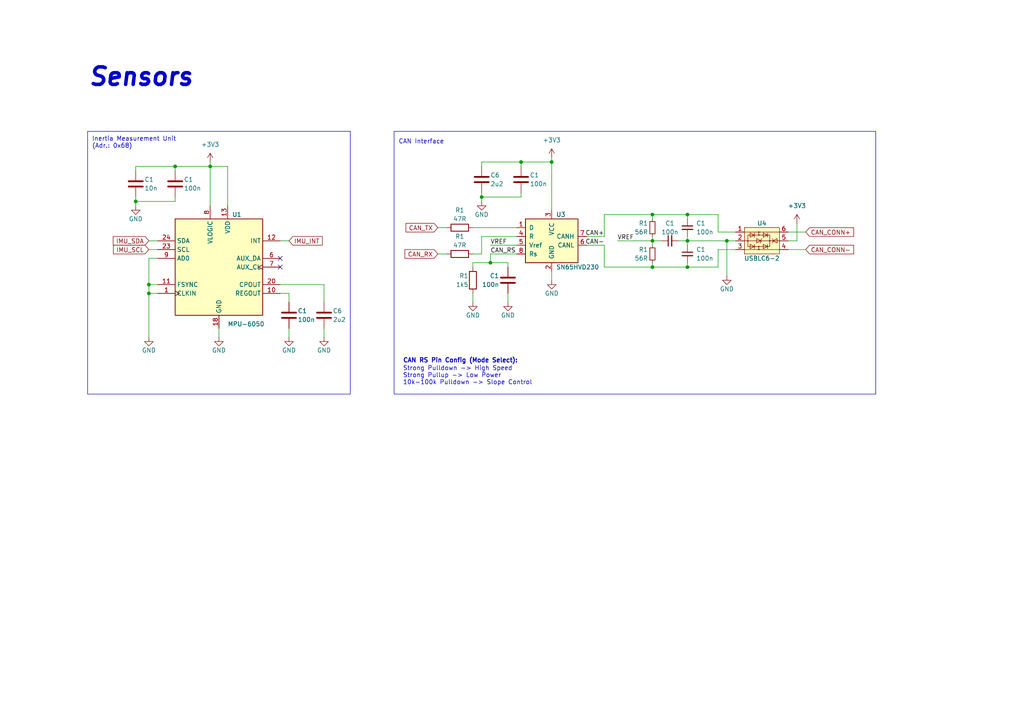
<source format=kicad_sch>
(kicad_sch (version 20230121) (generator eeschema)
  (paper "A4")
  (title_block (title "Sensors") (date "2023-08-02") (rev "R0") (company "s-grundner"))
  (lib_symbols
    (symbol "Device:C" (pin_numbers hide) (pin_names (offset 0.254))
      (property "Reference" "C" (at 0.635 2.54 0))
      (property "Value" "C" (at 0.635 -2.54 0))
      (symbol "C_0_1"
        (polyline (pts (xy -2.032 -0.762) (xy 2.032 -0.762)) (stroke (width 0.508)))
        (polyline (pts (xy -2.032 0.762) (xy 2.032 0.762)) (stroke (width 0.508)))
      )
      (symbol "C_1_1"
        (pin passive line (at 0 3.81 270) (length 2.794) (name "~") (number "1"))
        (pin passive line (at 0 -3.81 90) (length 2.794) (name "~") (number "2"))
      )
    )
    (symbol "Device:C_Small" (pin_numbers hide) (pin_names (offset 0.254) hide)
      (property "Reference" "C" (at 0.254 1.778 0))
      (property "Value" "C_Small" (at 0.254 -2.032 0))
      (symbol "C_Small_0_1"
        (polyline (pts (xy -1.524 -0.508) (xy 1.524 -0.508)) (stroke (width 0.3302)))
        (polyline (pts (xy -1.524 0.508) (xy 1.524 0.508)) (stroke (width 0.3048)))
      )
      (symbol "C_Small_1_1"
        (pin passive line (at 0 2.54 270) (length 2.032) (name "~") (number "1"))
        (pin passive line (at 0 -2.54 90) (length 2.032) (name "~") (number "2"))
      )
    )
    (symbol "Device:R" (pin_numbers hide) (pin_names (offset 0))
      (property "Reference" "R" (at 2.032 0 90))
      (property "Value" "R" (at 0 0 90))
      (symbol "R_0_1"
        (rectangle (start -1.016 -2.54) (end 1.016 2.54) (stroke (width 0.254)))
      )
      (symbol "R_1_1"
        (pin passive line (at 0 3.81 270) (length 1.27) (name "~") (number "1"))
        (pin passive line (at 0 -3.81 90) (length 1.27) (name "~") (number "2"))
      )
    )
    (symbol "Device:R_Small" (pin_numbers hide) (pin_names (offset 0.254) hide)
      (property "Reference" "R" (at 0.762 0.508 0))
      (property "Value" "R_Small" (at 0.762 -1.016 0))
      (symbol "R_Small_0_1"
        (rectangle (start -0.762 1.778) (end 0.762 -1.778) (stroke (width 0.2032)))
      )
      (symbol "R_Small_1_1"
        (pin passive line (at 0 2.54 270) (length 0.762) (name "~") (number "1"))
        (pin passive line (at 0 -2.54 90) (length 0.762) (name "~") (number "2"))
      )
    )
    (symbol "Interface_CAN_LIN:SN65HVD230" (pin_names (offset 1.016))
      (property "Reference" "U" (at -2.54 10.16 0))
      (property "Value" "SN65HVD230" (at -2.54 7.62 0))
      (symbol "SN65HVD230_0_1"
        (rectangle (start -7.62 5.08) (end 7.62 -7.62) (stroke (width 0.254)) (fill (type background)))
      )
      (symbol "SN65HVD230_1_1"
        (pin input line (at -10.16 2.54 0) (length 2.54) (name "D") (number "1"))
        (pin power_in line (at 0 -10.16 90) (length 2.54) (name "GND") (number "2"))
        (pin power_in line (at 0 7.62 270) (length 2.54) (name "VCC") (number "3"))
        (pin output line (at -10.16 0 0) (length 2.54) (name "R") (number "4"))
        (pin output line (at -10.16 -2.54 0) (length 2.54) (name "Vref") (number "5"))
        (pin bidirectional line (at 10.16 -2.54 180) (length 2.54) (name "CANL") (number "6"))
        (pin bidirectional line (at 10.16 0 180) (length 2.54) (name "CANH") (number "7"))
        (pin input line (at -10.16 -5.08 0) (length 2.54) (name "Rs") (number "8"))
      )
    )
    (symbol "Power_Protection:WE-TVS-82400102"
      (property "Reference" "U" (at 0 7.62 0))
      (property "Value" "WE-TVS-82400102" (at 0 5.08 0))
      (symbol "WE-TVS-82400102_0_1"
        (rectangle (start -5.08 3.81) (end 5.08 -3.81) (fill (type background)))
        (circle (center -4.064 0) (radius 0.127))
        (rectangle (start -4.064 1.651) (end 2.286 -1.651))
        (circle (center -0.889 -2.54) (radius 0.127))
        (circle (center -0.889 -1.651) (radius 0.127))
        (circle (center -0.889 1.651) (radius 0.127))
        (circle (center -0.889 2.54) (radius 0.127))
        (polyline (pts (xy -5.08 -2.54) (xy 5.08 -2.54)))
        (polyline (pts (xy -5.08 2.54) (xy 5.08 2.54)))
        (polyline (pts (xy -4.064 0) (xy -5.08 0)))
        (polyline (pts (xy -4.064 0) (xy 2.286 0)) (fill (type outline)))
        (polyline (pts (xy -2.159 -1.016) (xy -2.159 -2.286)))
        (polyline (pts (xy -2.159 2.286) (xy -2.159 1.016)))
        (polyline (pts (xy -0.889 -1.651) (xy -0.889 -2.413)))
        (polyline (pts (xy -0.889 1.651) (xy -0.889 2.54)))
        (polyline (pts (xy -0.508 -0.635) (xy -0.508 -0.635)))
        (polyline (pts (xy 1.651 -1.016) (xy 1.651 -2.286)))
        (polyline (pts (xy 1.651 2.286) (xy 1.651 1.016)))
        (polyline (pts (xy 2.286 0) (xy 5.08 0)))
        (polyline (pts (xy -3.429 -1.016) (xy -3.429 -2.286) (xy -2.159 -1.651) (xy -3.429 -1.016)))
        (polyline (pts (xy -3.429 1.016) (xy -3.429 2.286) (xy -2.159 1.651) (xy -3.429 1.016)))
        (polyline (pts (xy 0 0.635) (xy -0.254 0.381) (xy -0.254 -0.381) (xy -0.508 -0.635)))
        (polyline (pts (xy 0.381 -1.016) (xy 0.381 -2.286) (xy 1.651 -1.651) (xy 0.381 -1.016)))
        (polyline (pts (xy 0.381 1.016) (xy 0.381 2.286) (xy 1.651 1.651) (xy 0.381 1.016)))
        (circle (center 2.286 0) (radius 0.127))
      )
      (symbol "WE-TVS-82400102_1_1"
        (polyline (pts (xy 3.175 0.635) (xy 3.175 -0.635)))
        (polyline (pts (xy -1.524 0.635) (xy -1.524 -0.635) (xy -0.254 0) (xy -1.524 0.635)))
        (polyline (pts (xy 4.445 0.635) (xy 4.445 -0.635) (xy 3.175 0) (xy 4.445 0.635)))
        (pin passive line (at -7.62 2.54 0) (length 2.54) (name "~") (number "1"))
        (pin passive line (at -7.62 0 0) (length 2.54) (name "~") (number "2"))
        (pin passive line (at -7.62 -2.54 0) (length 2.54) (name "~") (number "3"))
        (pin passive line (at 7.62 -2.54 180) (length 2.54) (name "~") (number "4"))
        (pin passive line (at 7.62 0 180) (length 2.54) (name "~") (number "5"))
        (pin passive line (at 7.62 2.54 180) (length 2.54) (name "~") (number "6"))
      )
    )
    (symbol "Sensor_Motion:MPU-6050"
      (property "Reference" "U" (at -11.43 13.97 0))
      (property "Value" "MPU-6050" (at 7.62 -15.24 0))
      (symbol "MPU-6050_0_0"
        (text "" (at 12.7 -2.54 0) (effects (font (size 1.27 1.27))))
      )
      (symbol "MPU-6050_0_1"
        (rectangle (start -12.7 13.97) (end 12.7 -13.97) (stroke (width 0.254)) (fill (type background)))
      )
      (symbol "MPU-6050_1_1"
        (pin input clock (at -17.78 -7.62 0) (length 5.08) (name "CLKIN") (number "1"))
        (pin passive line (at 17.78 -7.62 180) (length 5.08) (name "REGOUT") (number "10"))
        (pin input line (at -17.78 -5.08 0) (length 5.08) (name "FSYNC") (number "11"))
        (pin output line (at 17.78 7.62 180) (length 5.08) (name "INT") (number "12"))
        (pin power_in line (at 2.54 17.78 270) (length 3.81) (name "VDD") (number "13"))
        (pin no_connect line (at -12.7 -10.16 0) (length 2.54) hide (name "NC") (number "14"))
        (pin no_connect line (at 12.7 12.7 180) (length 2.54) hide (name "NC") (number "15"))
        (pin no_connect line (at 12.7 10.16 180) (length 2.54) hide (name "NC") (number "16"))
        (pin no_connect line (at 12.7 5.08 180) (length 2.54) hide (name "NC") (number "17"))
        (pin power_in line (at 0 -17.78 90) (length 3.81) (name "GND") (number "18"))
        (pin no_connect line (at 12.7 -10.16 180) (length 2.54) hide (name "RESV") (number "19"))
        (pin no_connect line (at -12.7 12.7 0) (length 2.54) hide (name "NC") (number "2"))
        (pin passive line (at 17.78 -5.08 180) (length 5.08) (name "CPOUT") (number "20"))
        (pin no_connect line (at 12.7 -2.54 180) (length 2.54) hide (name "RESV") (number "21"))
        (pin no_connect line (at 12.7 -12.7 180) (length 2.54) hide (name "RESV") (number "22"))
        (pin input line (at -17.78 5.08 0) (length 5.08) (name "SCL") (number "23"))
        (pin bidirectional line (at -17.78 7.62 0) (length 5.08) (name "SDA") (number "24"))
        (pin no_connect line (at -12.7 10.16 0) (length 2.54) hide (name "NC") (number "3"))
        (pin no_connect line (at -12.7 0 0) (length 2.54) hide (name "NC") (number "4"))
        (pin no_connect line (at -12.7 -2.54 0) (length 2.54) hide (name "NC") (number "5"))
        (pin bidirectional line (at 17.78 2.54 180) (length 5.08) (name "AUX_DA") (number "6"))
        (pin output clock (at 17.78 0 180) (length 5.08) (name "AUX_CL") (number "7"))
        (pin power_in line (at -2.54 17.78 270) (length 3.81) (name "VLOGIC") (number "8"))
        (pin input line (at -17.78 2.54 0) (length 5.08) (name "AD0") (number "9"))
      )
    )
    (symbol "power:+3V3" (power) (pin_names (offset 0))
      (property "Value" "+3V3" (at 0 3.556 0))
      (symbol "+3V3_0_1"
        (polyline (pts (xy -0.762 1.27) (xy 0 2.54)))
        (polyline (pts (xy 0 0) (xy 0 2.54)))
        (polyline (pts (xy 0 2.54) (xy 0.762 1.27)))
      )
      (symbol "+3V3_1_1"
        (pin power_in line (at 0 0 90) (length 0) hide (name "+3V3") (number "1"))
      )
    )
    (symbol "power:GND" (power) (pin_names (offset 0))
      (property "Value" "GND" (at 0 -3.81 0))
      (symbol "GND_0_1"
        (polyline (pts (xy 0 0) (xy 0 -1.27) (xy 1.27 -1.27) (xy 0 -2.54) (xy -1.27 -1.27) (xy 0 -1.27)))
      )
      (symbol "GND_1_1"
        (pin power_in line (at 0 0 270) (length 0) hide (name "GND") (number "1"))
      )
    )
  )
  (junction (at 199.39 69.85))
  (junction (at 139.7 57.15))
  (junction (at 39.37 58.42))
  (junction (at 43.18 82.55))
  (junction (at 142.24 76.2))
  (junction (at 189.23 77.47))
  (junction (at 199.39 62.23))
  (junction (at 43.18 85.09))
  (junction (at 210.82 69.85))
  (junction (at 189.23 69.85))
  (junction (at 151.13 46.99))
  (junction (at 199.39 77.47))
  (junction (at 189.23 62.23))
  (junction (at 160.02 46.99))
  (junction (at 50.8 48.26))
  (junction (at 60.96 48.26))
  (no_connect (at 81.28 74.93))
  (no_connect (at 81.28 77.47))
  (wire (pts (xy 137.16 76.2) (xy 142.24 76.2)))
  (wire (pts (xy 160.02 46.99) (xy 160.02 60.96)))
  (wire (pts (xy 139.7 58.42) (xy 139.7 57.15)))
  (wire (pts (xy 228.6 72.39) (xy 233.68 72.39)))
  (wire (pts (xy 137.16 85.09) (xy 137.16 87.63)))
  (wire (pts (xy 175.26 77.47) (xy 189.23 77.47)))
  (wire (pts (xy 175.26 71.12) (xy 175.26 77.47)))
  (wire (pts (xy 228.6 69.85) (xy 231.14 69.85)))
  (wire (pts (xy 208.28 67.31) (xy 208.28 62.23)))
  (wire (pts (xy 60.96 46.99) (xy 60.96 48.26)))
  (wire (pts (xy 199.39 69.85) (xy 210.82 69.85)))
  (wire (pts (xy 213.36 67.31) (xy 208.28 67.31)))
  (wire (pts (xy 208.28 72.39) (xy 213.36 72.39)))
  (wire (pts (xy 83.82 97.79) (xy 83.82 95.25)))
  (wire (pts (xy 228.6 67.31) (xy 233.68 67.31)))
  (wire (pts (xy 149.86 68.58) (xy 139.7 68.58)))
  (wire (pts (xy 43.18 82.55) (xy 45.72 82.55)))
  (wire (pts (xy 142.24 76.2) (xy 147.32 76.2)))
  (wire (pts (xy 189.23 62.23) (xy 199.39 62.23)))
  (wire (pts (xy 39.37 57.15) (xy 39.37 58.42)))
  (wire (pts (xy 43.18 85.09) (xy 43.18 82.55)))
  (wire (pts (xy 208.28 77.47) (xy 208.28 72.39)))
  (wire (pts (xy 39.37 48.26) (xy 50.8 48.26)))
  (wire (pts (xy 151.13 46.99) (xy 151.13 48.26)))
  (wire (pts (xy 43.18 69.85) (xy 45.72 69.85)))
  (wire (pts (xy 139.7 57.15) (xy 139.7 55.88)))
  (wire (pts (xy 142.24 71.12) (xy 149.86 71.12)))
  (wire (pts (xy 210.82 69.85) (xy 210.82 80.01)))
  (wire (pts (xy 179.07 69.85) (xy 189.23 69.85)))
  (wire (pts (xy 45.72 74.93) (xy 43.18 74.93)))
  (wire (pts (xy 39.37 48.26) (xy 39.37 49.53)))
  (wire (pts (xy 199.39 62.23) (xy 208.28 62.23)))
  (wire (pts (xy 139.7 68.58) (xy 139.7 73.66)))
  (wire (pts (xy 60.96 48.26) (xy 60.96 59.69)))
  (wire (pts (xy 93.98 95.25) (xy 93.98 97.79)))
  (wire (pts (xy 43.18 85.09) (xy 43.18 97.79)))
  (wire (pts (xy 137.16 66.04) (xy 149.86 66.04)))
  (wire (pts (xy 170.18 68.58) (xy 175.26 68.58)))
  (wire (pts (xy 139.7 57.15) (xy 151.13 57.15)))
  (wire (pts (xy 199.39 77.47) (xy 208.28 77.47)))
  (wire (pts (xy 139.7 73.66) (xy 137.16 73.66)))
  (wire (pts (xy 189.23 77.47) (xy 199.39 77.47)))
  (wire (pts (xy 66.04 48.26) (xy 66.04 59.69)))
  (wire (pts (xy 83.82 85.09) (xy 83.82 87.63)))
  (wire (pts (xy 160.02 45.72) (xy 160.02 46.99)))
  (wire (pts (xy 39.37 58.42) (xy 39.37 59.69)))
  (wire (pts (xy 137.16 77.47) (xy 137.16 76.2)))
  (wire (pts (xy 199.39 69.85) (xy 199.39 71.12)))
  (wire (pts (xy 151.13 55.88) (xy 151.13 57.15)))
  (wire (pts (xy 175.26 62.23) (xy 189.23 62.23)))
  (wire (pts (xy 189.23 69.85) (xy 191.77 69.85)))
  (wire (pts (xy 127 73.66) (xy 129.54 73.66)))
  (wire (pts (xy 142.24 73.66) (xy 142.24 76.2)))
  (wire (pts (xy 189.23 68.58) (xy 189.23 69.85)))
  (wire (pts (xy 60.96 48.26) (xy 50.8 48.26)))
  (wire (pts (xy 210.82 69.85) (xy 213.36 69.85)))
  (wire (pts (xy 45.72 85.09) (xy 43.18 85.09)))
  (wire (pts (xy 196.85 69.85) (xy 199.39 69.85)))
  (wire (pts (xy 50.8 58.42) (xy 39.37 58.42)))
  (wire (pts (xy 175.26 68.58) (xy 175.26 62.23)))
  (wire (pts (xy 139.7 46.99) (xy 151.13 46.99)))
  (wire (pts (xy 189.23 76.2) (xy 189.23 77.47)))
  (wire (pts (xy 66.04 48.26) (xy 60.96 48.26)))
  (wire (pts (xy 170.18 71.12) (xy 175.26 71.12)))
  (wire (pts (xy 50.8 48.26) (xy 50.8 49.53)))
  (wire (pts (xy 50.8 57.15) (xy 50.8 58.42)))
  (wire (pts (xy 81.28 82.55) (xy 93.98 82.55)))
  (wire (pts (xy 147.32 87.63) (xy 147.32 85.09)))
  (wire (pts (xy 83.82 69.85) (xy 81.28 69.85)))
  (wire (pts (xy 43.18 72.39) (xy 45.72 72.39)))
  (wire (pts (xy 43.18 74.93) (xy 43.18 82.55)))
  (wire (pts (xy 160.02 46.99) (xy 151.13 46.99)))
  (wire (pts (xy 139.7 46.99) (xy 139.7 48.26)))
  (wire (pts (xy 231.14 64.77) (xy 231.14 69.85)))
  (wire (pts (xy 63.5 97.79) (xy 63.5 95.25)))
  (wire (pts (xy 189.23 69.85) (xy 189.23 71.12)))
  (wire (pts (xy 199.39 62.23) (xy 199.39 63.5)))
  (wire (pts (xy 147.32 76.2) (xy 147.32 77.47)))
  (wire (pts (xy 81.28 85.09) (xy 83.82 85.09)))
  (wire (pts (xy 160.02 81.28) (xy 160.02 78.74)))
  (wire (pts (xy 199.39 68.58) (xy 199.39 69.85)))
  (wire (pts (xy 127 66.04) (xy 129.54 66.04)))
  (wire (pts (xy 142.24 73.66) (xy 149.86 73.66)))
  (wire (pts (xy 93.98 82.55) (xy 93.98 87.63)))
  (wire (pts (xy 189.23 62.23) (xy 189.23 63.5)))
  (wire (pts (xy 199.39 76.2) (xy 199.39 77.47)))
  (rectangle (start 114.3 38.1) (end 254 114.3))
  (rectangle (start 25.4 38.1) (end 101.6 114.3))
  (text "CAN RS Pin Config (Mode Select):" (at 116.84 105.41 0) (effects (font (size 1.27 1.27) (thickness 0.254) bold) (justify left bottom)))
  (text "Strong Pulldown -> High Speed\nStrong Pullup -> Low Power\n10k-100k Pulldown -> Slope Control" (at 116.84 111.76 0) (effects (font (size 1.27 1.27)) (justify left bottom)))
  (text "Sensors" (at 25.4 25.4 0) (effects (font (size 5.08 5.08) (thickness 1.016) bold italic) (justify left bottom)))
  (text "Inertia Measurement Unit\n(Adr.: 0x68)" (at 26.67 43.18 0) (effects (font (size 1.27 1.27)) (justify left bottom)))
  (text "CAN Interface" (at 115.57 41.91 0) (effects (font (size 1.27 1.27)) (justify left bottom)))
  (label "CAN+" (at 175.26 68.58 180))
  (label "VREF" (at 179.07 69.85 0))
  (label "CAN_RS" (at 142.24 73.66 0))
  (label "CAN-" (at 175.26 71.12 180))
  (label "VREF" (at 142.24 71.12 0))
  (global_label "IMU_INT" (shape input) (at 83.82 69.85 0) (property "Intersheetrefs" "${INTERSHEET_REFS}" (effects hide)))
  (global_label "IMU_SCL" (shape input) (at 43.18 72.39 180) (property "Intersheetrefs" "${INTERSHEET_REFS}" (effects hide)))
  (global_label "CAN_RX" (shape input) (at 127 73.66 180) (property "Intersheetrefs" "${INTERSHEET_REFS}" (effects hide)))
  (global_label "CAN_CONN+" (shape input) (at 233.68 67.31 0) (property "Intersheetrefs" "${INTERSHEET_REFS}" (effects hide)))
  (global_label "IMU_SDA" (shape input) (at 43.18 69.85 180) (property "Intersheetrefs" "${INTERSHEET_REFS}" (effects hide)))
  (global_label "CAN_CONN-" (shape input) (at 233.68 72.39 0) (property "Intersheetrefs" "${INTERSHEET_REFS}" (effects hide)))
  (global_label "CAN_TX" (shape input) (at 127 66.04 180) (property "Intersheetrefs" "${INTERSHEET_REFS}" (effects hide)))
  (symbol (lib_id "power:GND") (at 160.02 81.28 0) (unit 1)
    (property "Reference" "#PWR028" (effects hide))
    (property "Value" "GND" (at 160.02 85.09 0))
  )
  (symbol (lib_id "Device:C_Small") (at 199.39 73.66 0) (unit 1)
    (property "Reference" "C1" (at 201.93 72.39 0) (effects (justify left)))
    (property "Value" "100n" (at 201.93 74.93 0) (effects (justify left)))
    (property "Footprint" "Capacitor_SMD:C_0402_1005Metric" (effects hide))
    (property "LCSC Part #" "C1525" (effects hide))
    (instances (project "STM32F4_HexGauge_V3" (path "" (reference "C1") (unit 1)) (path "" (reference "C6") (unit 1)) (path "" (reference "C21") (unit 1))))
  )
  (symbol (lib_id "Device:R_Small") (at 189.23 73.66 180) (unit 1)
    (property "Reference" "R1" (at 187.96 72.39 0) (effects (justify left)))
    (property "Value" "56R" (at 187.96 74.93 0) (effects (justify left)))
    (property "Footprint" "Resistor_SMD:R_0805_2012Metric" (effects hide))
    (property "LCSC Part #" "C17757" (effects hide))
    (instances (project "STM32F4_HexGauge_V3" (path "" (reference "R1") (unit 1)) (path "" (reference "R1") (unit 1)) (path "" (reference "R13") (unit 1))))
  )
  (symbol (lib_id "power:GND") (at 83.82 97.79 0) (unit 1)
    (property "Reference" "#PWR032" (effects hide))
    (property "Value" "GND" (at 83.82 101.6 0))
  )
  (symbol (lib_id "Device:R") (at 133.35 73.66 90) (unit 1)
    (property "Reference" "R1" (at 133.35 68.58 90))
    (property "Value" "47R" (at 133.35 71.12 90))
    (property "Footprint" "Resistor_SMD:R_0402_1005Metric" (effects hide))
    (property "LCSC Part #" "C25118" (effects hide))
    (instances (project "STM32F4_HexGauge_V3" (path "" (reference "R1") (unit 1)) (path "" (reference "R1") (unit 1)) (path "" (reference "R12") (unit 1))))
  )
  (symbol (lib_id "Device:C") (at 50.8 53.34 0) (unit 1)
    (property "Reference" "C1" (at 53.34 52.07 0) (effects (justify left)))
    (property "Value" "100n" (at 53.34 54.61 0) (effects (justify left)))
    (property "Footprint" "Capacitor_SMD:C_0402_1005Metric" (effects hide))
    (property "LCSC Part #" "C1525" (effects hide))
    (instances (project "STM32F4_HexGauge_V3" (path "" (reference "C1") (unit 1)) (path "" (reference "C6") (unit 1)) (path "" (reference "C18") (unit 1))))
  )
  (symbol (lib_id "Power_Protection:WE-TVS-82400102") (at 220.98 69.85 0) (unit 1)
    (property "Reference" "U4" (at 220.98 64.77 0))
    (property "Value" "USBLC6-2" (at 220.98 74.93 0))
    (property "Footprint" "Package_TO_SOT_SMD:SOT-23-6" (effects hide))
    (property "Datasheet" "https://www.st.com/resource/en/datasheet/usblc6-2.pdf" (effects hide))
    (property "LCSC Part #" "C7519" (effects hide))
  )
  (symbol (lib_id "power:GND") (at 39.37 59.69 0) (unit 1)
    (property "Reference" "#PWR025" (effects hide))
    (property "Value" "GND" (at 39.37 63.5 0))
  )
  (symbol (lib_id "Interface_CAN_LIN:SN65HVD230") (at 160.02 68.58 0) (unit 1)
    (property "Reference" "U3" (at 161.29 62.23 0) (effects (justify left)))
    (property "Value" "SN65HVD230" (at 161.29 77.47 0) (effects (justify left)))
    (property "Footprint" "Package_SO:SOIC-8_3.9x4.9mm_P1.27mm" (effects hide))
    (property "Datasheet" "https://www.ti.com/lit/ds/symlink/sn65hvd230.pdf?ts=1690907179673" (effects hide))
    (property "LCSC Part #" "C12084" (effects hide))
  )
  (symbol (lib_id "Device:R") (at 133.35 66.04 90) (unit 1)
    (property "Reference" "R1" (at 133.35 60.96 90))
    (property "Value" "47R" (at 133.35 63.5 90))
    (property "Footprint" "Resistor_SMD:R_0402_1005Metric" (effects hide))
    (property "LCSC Part #" "C25118" (effects hide))
    (instances (project "STM32F4_HexGauge_V3" (path "" (reference "R1") (unit 1)) (path "" (reference "R1") (unit 1)) (path "" (reference "R10") (unit 1))))
  )
  (symbol (lib_id "power:+3V3") (at 231.14 64.77 0) (unit 1)
    (property "Reference" "#PWR01" (effects hide))
    (property "Value" "+3V3" (at 231.14 59.69 0))
    (instances (project "STM32F4_HexGauge_V3" (path "" (reference "#PWR01") (unit 1)) (path "" (reference "#PWR01") (unit 1)) (path "" (reference "#PWR026") (unit 1))))
  )
  (symbol (lib_id "Device:C_Small") (at 194.31 69.85 90) (unit 1)
    (property "Reference" "C1" (at 194.31 64.77 90))
    (property "Value" "100n" (at 194.31 67.31 90))
    (property "Footprint" "Capacitor_SMD:C_0402_1005Metric" (effects hide))
    (property "LCSC Part #" "C1525" (effects hide))
    (instances (project "STM32F4_HexGauge_V3" (path "" (reference "C1") (unit 1)) (path "" (reference "C6") (unit 1)) (path "" (reference "C20") (unit 1))))
  )
  (symbol (lib_id "Device:C") (at 93.98 91.44 0) (unit 1)
    (property "Reference" "C6" (at 96.52 90.17 0) (effects (justify left)))
    (property "Value" "2u2" (at 96.52 92.71 0) (effects (justify left)))
    (property "Footprint" "Capacitor_SMD:C_0603_1608Metric" (effects hide))
    (property "LCSC Part #" "C23630" (effects hide))
    (instances (project "STM32F4_HexGauge_V3" (path "" (reference "C6") (unit 1)) (path "" (reference "C1") (unit 1)) (path "" (reference "C24") (unit 1))))
  )
  (symbol (lib_id "Sensor_Motion:MPU-6050") (at 63.5 77.47 0) (unit 1)
    (property "Reference" "U1" (at 67.31 62.23 0) (effects (justify left)))
    (property "Value" "MPU-6050" (at 66.04 93.98 0) (effects (justify left)))
    (property "Footprint" "Sensor_Motion:InvenSense_QFN-24_4x4mm_P0.5mm" (effects hide))
    (property "Datasheet" "https://invensense.tdk.com/wp-content/uploads/2015/02/MPU-6000-Datasheet1.pdf" (effects hide))
    (property "LCSC Part #" "C24112" (effects hide))
    (instances (project "STM32F4_HexGauge_V3" (path "" (reference "U1") (unit 1)) (path "" (reference "U5") (unit 1))))
  )
  (symbol (lib_id "power:GND") (at 137.16 87.63 0) (unit 1)
    (property "Reference" "#PWR055" (effects hide))
    (property "Value" "GND" (at 137.16 91.44 0))
  )
  (symbol (lib_id "power:GND") (at 147.32 87.63 0) (unit 1)
    (property "Reference" "#PWR029" (effects hide))
    (property "Value" "GND" (at 147.32 91.44 0))
  )
  (symbol (lib_id "power:GND") (at 43.18 97.79 0) (unit 1)
    (property "Reference" "#PWR030" (effects hide))
    (property "Value" "GND" (at 43.18 101.6 0))
  )
  (symbol (lib_id "Device:C") (at 151.13 52.07 0) (unit 1)
    (property "Reference" "C1" (at 153.67 50.8 0) (effects (justify left)))
    (property "Value" "100n" (at 153.67 53.34 0) (effects (justify left)))
    (property "Footprint" "Capacitor_SMD:C_0402_1005Metric" (effects hide))
    (property "LCSC Part #" "C1525" (effects hide))
    (instances (project "STM32F4_HexGauge_V3" (path "" (reference "C1") (unit 1)) (path "" (reference "C6") (unit 1)) (path "" (reference "C16") (unit 1))))
  )
  (symbol (lib_id "Device:C") (at 139.7 52.07 0) (unit 1)
    (property "Reference" "C6" (at 142.24 50.8 0) (effects (justify left)))
    (property "Value" "2u2" (at 142.24 53.34 0) (effects (justify left)))
    (property "Footprint" "Capacitor_SMD:C_0603_1608Metric" (effects hide))
    (property "LCSC Part #" "C23630" (effects hide))
    (instances (project "STM32F4_HexGauge_V3" (path "" (reference "C6") (unit 1)) (path "" (reference "C1") (unit 1)) (path "" (reference "C15") (unit 1))))
  )
  (symbol (lib_id "Device:C_Small") (at 199.39 66.04 0) (unit 1)
    (property "Reference" "C1" (at 201.93 64.77 0) (effects (justify left)))
    (property "Value" "100n" (at 201.93 67.31 0) (effects (justify left)))
    (property "Footprint" "Capacitor_SMD:C_0402_1005Metric" (effects hide))
    (property "LCSC Part #" "C1525" (effects hide))
    (instances (project "STM32F4_HexGauge_V3" (path "" (reference "C1") (unit 1)) (path "" (reference "C6") (unit 1)) (path "" (reference "C19") (unit 1))))
  )
  (symbol (lib_id "power:GND") (at 139.7 58.42 0) (unit 1)
    (property "Reference" "#PWR024" (effects hide))
    (property "Value" "GND" (at 139.7 62.23 0))
  )
  (symbol (lib_id "power:GND") (at 93.98 97.79 0) (unit 1)
    (property "Reference" "#PWR033" (effects hide))
    (property "Value" "GND" (at 93.98 101.6 0))
  )
  (symbol (lib_id "Device:R") (at 137.16 81.28 180) (unit 1)
    (property "Reference" "R1" (at 135.89 80.01 0) (effects (justify left)))
    (property "Value" "1k5" (at 135.89 82.55 0) (effects (justify left)))
    (property "Footprint" "Resistor_SMD:R_0402_1005Metric" (effects hide))
    (property "LCSC Part #" "C25867" (effects hide))
    (instances (project "STM32F4_HexGauge_V3" (path "" (reference "R1") (unit 1)) (path "" (reference "R3") (unit 1)) (path "" (reference "R14") (unit 1))))
  )
  (symbol (lib_id "Device:R_Small") (at 189.23 66.04 180) (unit 1)
    (property "Reference" "R1" (at 187.96 64.77 0) (effects (justify left)))
    (property "Value" "56R" (at 187.96 67.31 0) (effects (justify left)))
    (property "Footprint" "Resistor_SMD:R_0805_2012Metric" (effects hide))
    (property "LCSC Part #" "C17757" (effects hide))
    (instances (project "STM32F4_HexGauge_V3" (path "" (reference "R1") (unit 1)) (path "" (reference "R1") (unit 1)) (path "" (reference "R11") (unit 1))))
  )
  (symbol (lib_id "power:GND") (at 210.82 80.01 0) (unit 1)
    (property "Reference" "#PWR027" (effects hide))
    (property "Value" "GND" (at 210.82 83.82 0))
  )
  (symbol (lib_id "Device:C") (at 147.32 81.28 0) (unit 1)
    (property "Reference" "C1" (at 144.78 80.01 0) (effects (justify right)))
    (property "Value" "100n" (at 144.78 82.55 0) (effects (justify right)))
    (property "Footprint" "Capacitor_SMD:C_0402_1005Metric" (effects hide))
    (property "LCSC Part #" "C1525" (effects hide))
    (instances (project "STM32F4_HexGauge_V3" (path "" (reference "C1") (unit 1)) (path "" (reference "C6") (unit 1)) (path "" (reference "C22") (unit 1))))
  )
  (symbol (lib_id "power:+3V3") (at 160.02 45.72 0) (unit 1)
    (property "Reference" "#PWR01" (effects hide))
    (property "Value" "+3V3" (at 160.02 40.64 0))
    (instances (project "STM32F4_HexGauge_V3" (path "" (reference "#PWR01") (unit 1)) (path "" (reference "#PWR01") (unit 1)) (path "" (reference "#PWR022") (unit 1))))
  )
  (symbol (lib_id "Device:C") (at 83.82 91.44 0) (unit 1)
    (property "Reference" "C1" (at 86.36 90.17 0) (effects (justify left)))
    (property "Value" "100n" (at 86.36 92.71 0) (effects (justify left)))
    (property "Footprint" "Capacitor_SMD:C_0402_1005Metric" (effects hide))
    (property "LCSC Part #" "C1525" (effects hide))
    (instances (project "STM32F4_HexGauge_V3" (path "" (reference "C1") (unit 1)) (path "" (reference "C6") (unit 1)) (path "" (reference "C23") (unit 1))))
  )
  (symbol (lib_id "power:+3V3") (at 60.96 46.99 0) (unit 1)
    (property "Reference" "#PWR01" (effects hide))
    (property "Value" "+3V3" (at 60.96 41.91 0))
    (instances (project "STM32F4_HexGauge_V3" (path "" (reference "#PWR01") (unit 1)) (path "" (reference "#PWR01") (unit 1)) (path "" (reference "#PWR023") (unit 1))))
  )
  (symbol (lib_id "power:GND") (at 63.5 97.79 0) (unit 1)
    (property "Reference" "#PWR031" (effects hide))
    (property "Value" "GND" (at 63.5 101.6 0))
  )
  (symbol (lib_id "Device:C") (at 39.37 53.34 0) (unit 1)
    (property "Reference" "C1" (at 41.91 52.07 0) (effects (justify left)))
    (property "Value" "10n" (at 41.91 54.61 0) (effects (justify left)))
    (property "Footprint" "Capacitor_SMD:C_0402_1005Metric" (effects hide))
    (property "LCSC Part #" "C15195" (effects hide))
    (instances (project "STM32F4_HexGauge_V3" (path "" (reference "C1") (unit 1)) (path "" (reference "C6") (unit 1)) (path "" (reference "C17") (unit 1))))
  )
)
</source>
